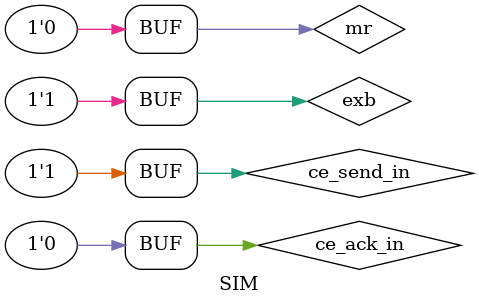
<source format=v>
`timescale 1ns / 100ps
module SIM();
reg ce_send_in, ce_ack_in, mr, exb;
wire ce_cp, ce_send_out, ce_ack_out;

CE ce(.CE_Send_in(ce_send_in), .CE_Ack_in(ce_ack_in), .MR(mr), .Exb(exb), .CE_Ack_out(ce_ack_out), .CE_Send_out(ce_send_out), .CE_CP(ce_cp));
// initial begin
//     send_in = 1;
// #11
//     send_in = 0;
// 
initial begin
    ce_send_in = 1;
    ce_ack_in = 1;
    exb = 1;
    mr = 1;
#100 mr = 0;
#11  ce_send_in = 0;
#11  ce_send_in = 1;
#11   ce_ack_in = 0;



// #11 send_in = 0;
// #11 send_in = 1;

//#50 mr = 1;
// #30  send_in = 0;
// #30  send_in = 1;

// #5  send_in = 0;
// #5  send_in = 1;


end
endmodule
</source>
